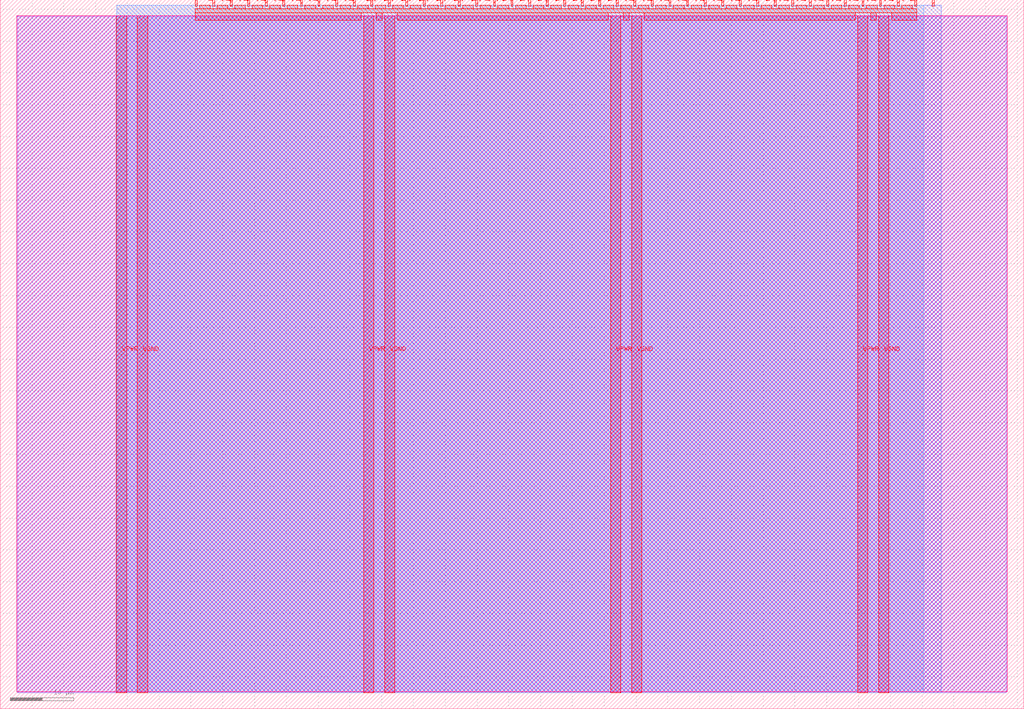
<source format=lef>
VERSION 5.7 ;
  NOWIREEXTENSIONATPIN ON ;
  DIVIDERCHAR "/" ;
  BUSBITCHARS "[]" ;
MACRO tt_um_wokwi_424258324170692609
  CLASS BLOCK ;
  FOREIGN tt_um_wokwi_424258324170692609 ;
  ORIGIN 0.000 0.000 ;
  SIZE 161.000 BY 111.520 ;
  PIN VGND
    DIRECTION INOUT ;
    USE GROUND ;
    PORT
      LAYER met4 ;
        RECT 21.580 2.480 23.180 109.040 ;
    END
    PORT
      LAYER met4 ;
        RECT 60.450 2.480 62.050 109.040 ;
    END
    PORT
      LAYER met4 ;
        RECT 99.320 2.480 100.920 109.040 ;
    END
    PORT
      LAYER met4 ;
        RECT 138.190 2.480 139.790 109.040 ;
    END
  END VGND
  PIN VPWR
    DIRECTION INOUT ;
    USE POWER ;
    PORT
      LAYER met4 ;
        RECT 18.280 2.480 19.880 109.040 ;
    END
    PORT
      LAYER met4 ;
        RECT 57.150 2.480 58.750 109.040 ;
    END
    PORT
      LAYER met4 ;
        RECT 96.020 2.480 97.620 109.040 ;
    END
    PORT
      LAYER met4 ;
        RECT 134.890 2.480 136.490 109.040 ;
    END
  END VPWR
  PIN clk
    DIRECTION INPUT ;
    USE SIGNAL ;
    ANTENNAGATEAREA 0.159000 ;
    PORT
      LAYER met4 ;
        RECT 143.830 110.520 144.130 111.520 ;
    END
  END clk
  PIN ena
    DIRECTION INPUT ;
    USE SIGNAL ;
    PORT
      LAYER met4 ;
        RECT 146.590 110.520 146.890 111.520 ;
    END
  END ena
  PIN rst_n
    DIRECTION INPUT ;
    USE SIGNAL ;
    PORT
      LAYER met4 ;
        RECT 141.070 110.520 141.370 111.520 ;
    END
  END rst_n
  PIN ui_in[0]
    DIRECTION INPUT ;
    USE SIGNAL ;
    ANTENNAGATEAREA 0.196500 ;
    PORT
      LAYER met4 ;
        RECT 138.310 110.520 138.610 111.520 ;
    END
  END ui_in[0]
  PIN ui_in[1]
    DIRECTION INPUT ;
    USE SIGNAL ;
    ANTENNAGATEAREA 0.196500 ;
    PORT
      LAYER met4 ;
        RECT 135.550 110.520 135.850 111.520 ;
    END
  END ui_in[1]
  PIN ui_in[2]
    DIRECTION INPUT ;
    USE SIGNAL ;
    PORT
      LAYER met4 ;
        RECT 132.790 110.520 133.090 111.520 ;
    END
  END ui_in[2]
  PIN ui_in[3]
    DIRECTION INPUT ;
    USE SIGNAL ;
    PORT
      LAYER met4 ;
        RECT 130.030 110.520 130.330 111.520 ;
    END
  END ui_in[3]
  PIN ui_in[4]
    DIRECTION INPUT ;
    USE SIGNAL ;
    PORT
      LAYER met4 ;
        RECT 127.270 110.520 127.570 111.520 ;
    END
  END ui_in[4]
  PIN ui_in[5]
    DIRECTION INPUT ;
    USE SIGNAL ;
    PORT
      LAYER met4 ;
        RECT 124.510 110.520 124.810 111.520 ;
    END
  END ui_in[5]
  PIN ui_in[6]
    DIRECTION INPUT ;
    USE SIGNAL ;
    PORT
      LAYER met4 ;
        RECT 121.750 110.520 122.050 111.520 ;
    END
  END ui_in[6]
  PIN ui_in[7]
    DIRECTION INPUT ;
    USE SIGNAL ;
    PORT
      LAYER met4 ;
        RECT 118.990 110.520 119.290 111.520 ;
    END
  END ui_in[7]
  PIN uio_in[0]
    DIRECTION INPUT ;
    USE SIGNAL ;
    PORT
      LAYER met4 ;
        RECT 116.230 110.520 116.530 111.520 ;
    END
  END uio_in[0]
  PIN uio_in[1]
    DIRECTION INPUT ;
    USE SIGNAL ;
    PORT
      LAYER met4 ;
        RECT 113.470 110.520 113.770 111.520 ;
    END
  END uio_in[1]
  PIN uio_in[2]
    DIRECTION INPUT ;
    USE SIGNAL ;
    PORT
      LAYER met4 ;
        RECT 110.710 110.520 111.010 111.520 ;
    END
  END uio_in[2]
  PIN uio_in[3]
    DIRECTION INPUT ;
    USE SIGNAL ;
    PORT
      LAYER met4 ;
        RECT 107.950 110.520 108.250 111.520 ;
    END
  END uio_in[3]
  PIN uio_in[4]
    DIRECTION INPUT ;
    USE SIGNAL ;
    PORT
      LAYER met4 ;
        RECT 105.190 110.520 105.490 111.520 ;
    END
  END uio_in[4]
  PIN uio_in[5]
    DIRECTION INPUT ;
    USE SIGNAL ;
    PORT
      LAYER met4 ;
        RECT 102.430 110.520 102.730 111.520 ;
    END
  END uio_in[5]
  PIN uio_in[6]
    DIRECTION INPUT ;
    USE SIGNAL ;
    PORT
      LAYER met4 ;
        RECT 99.670 110.520 99.970 111.520 ;
    END
  END uio_in[6]
  PIN uio_in[7]
    DIRECTION INPUT ;
    USE SIGNAL ;
    PORT
      LAYER met4 ;
        RECT 96.910 110.520 97.210 111.520 ;
    END
  END uio_in[7]
  PIN uio_oe[0]
    DIRECTION OUTPUT ;
    USE SIGNAL ;
    PORT
      LAYER met4 ;
        RECT 49.990 110.520 50.290 111.520 ;
    END
  END uio_oe[0]
  PIN uio_oe[1]
    DIRECTION OUTPUT ;
    USE SIGNAL ;
    PORT
      LAYER met4 ;
        RECT 47.230 110.520 47.530 111.520 ;
    END
  END uio_oe[1]
  PIN uio_oe[2]
    DIRECTION OUTPUT ;
    USE SIGNAL ;
    PORT
      LAYER met4 ;
        RECT 44.470 110.520 44.770 111.520 ;
    END
  END uio_oe[2]
  PIN uio_oe[3]
    DIRECTION OUTPUT ;
    USE SIGNAL ;
    PORT
      LAYER met4 ;
        RECT 41.710 110.520 42.010 111.520 ;
    END
  END uio_oe[3]
  PIN uio_oe[4]
    DIRECTION OUTPUT ;
    USE SIGNAL ;
    PORT
      LAYER met4 ;
        RECT 38.950 110.520 39.250 111.520 ;
    END
  END uio_oe[4]
  PIN uio_oe[5]
    DIRECTION OUTPUT ;
    USE SIGNAL ;
    PORT
      LAYER met4 ;
        RECT 36.190 110.520 36.490 111.520 ;
    END
  END uio_oe[5]
  PIN uio_oe[6]
    DIRECTION OUTPUT ;
    USE SIGNAL ;
    PORT
      LAYER met4 ;
        RECT 33.430 110.520 33.730 111.520 ;
    END
  END uio_oe[6]
  PIN uio_oe[7]
    DIRECTION OUTPUT ;
    USE SIGNAL ;
    PORT
      LAYER met4 ;
        RECT 30.670 110.520 30.970 111.520 ;
    END
  END uio_oe[7]
  PIN uio_out[0]
    DIRECTION OUTPUT ;
    USE SIGNAL ;
    PORT
      LAYER met4 ;
        RECT 72.070 110.520 72.370 111.520 ;
    END
  END uio_out[0]
  PIN uio_out[1]
    DIRECTION OUTPUT ;
    USE SIGNAL ;
    PORT
      LAYER met4 ;
        RECT 69.310 110.520 69.610 111.520 ;
    END
  END uio_out[1]
  PIN uio_out[2]
    DIRECTION OUTPUT ;
    USE SIGNAL ;
    PORT
      LAYER met4 ;
        RECT 66.550 110.520 66.850 111.520 ;
    END
  END uio_out[2]
  PIN uio_out[3]
    DIRECTION OUTPUT ;
    USE SIGNAL ;
    PORT
      LAYER met4 ;
        RECT 63.790 110.520 64.090 111.520 ;
    END
  END uio_out[3]
  PIN uio_out[4]
    DIRECTION OUTPUT ;
    USE SIGNAL ;
    PORT
      LAYER met4 ;
        RECT 61.030 110.520 61.330 111.520 ;
    END
  END uio_out[4]
  PIN uio_out[5]
    DIRECTION OUTPUT ;
    USE SIGNAL ;
    PORT
      LAYER met4 ;
        RECT 58.270 110.520 58.570 111.520 ;
    END
  END uio_out[5]
  PIN uio_out[6]
    DIRECTION OUTPUT ;
    USE SIGNAL ;
    PORT
      LAYER met4 ;
        RECT 55.510 110.520 55.810 111.520 ;
    END
  END uio_out[6]
  PIN uio_out[7]
    DIRECTION OUTPUT ;
    USE SIGNAL ;
    PORT
      LAYER met4 ;
        RECT 52.750 110.520 53.050 111.520 ;
    END
  END uio_out[7]
  PIN uo_out[0]
    DIRECTION OUTPUT ;
    USE SIGNAL ;
    ANTENNADIFFAREA 0.445500 ;
    PORT
      LAYER met4 ;
        RECT 94.150 110.520 94.450 111.520 ;
    END
  END uo_out[0]
  PIN uo_out[1]
    DIRECTION OUTPUT ;
    USE SIGNAL ;
    ANTENNADIFFAREA 0.795200 ;
    PORT
      LAYER met4 ;
        RECT 91.390 110.520 91.690 111.520 ;
    END
  END uo_out[1]
  PIN uo_out[2]
    DIRECTION OUTPUT ;
    USE SIGNAL ;
    PORT
      LAYER met4 ;
        RECT 88.630 110.520 88.930 111.520 ;
    END
  END uo_out[2]
  PIN uo_out[3]
    DIRECTION OUTPUT ;
    USE SIGNAL ;
    PORT
      LAYER met4 ;
        RECT 85.870 110.520 86.170 111.520 ;
    END
  END uo_out[3]
  PIN uo_out[4]
    DIRECTION OUTPUT ;
    USE SIGNAL ;
    PORT
      LAYER met4 ;
        RECT 83.110 110.520 83.410 111.520 ;
    END
  END uo_out[4]
  PIN uo_out[5]
    DIRECTION OUTPUT ;
    USE SIGNAL ;
    PORT
      LAYER met4 ;
        RECT 80.350 110.520 80.650 111.520 ;
    END
  END uo_out[5]
  PIN uo_out[6]
    DIRECTION OUTPUT ;
    USE SIGNAL ;
    PORT
      LAYER met4 ;
        RECT 77.590 110.520 77.890 111.520 ;
    END
  END uo_out[6]
  PIN uo_out[7]
    DIRECTION OUTPUT ;
    USE SIGNAL ;
    PORT
      LAYER met4 ;
        RECT 74.830 110.520 75.130 111.520 ;
    END
  END uo_out[7]
  OBS
      LAYER nwell ;
        RECT 2.570 2.635 158.430 108.990 ;
      LAYER li1 ;
        RECT 2.760 2.635 158.240 108.885 ;
      LAYER met1 ;
        RECT 2.760 2.480 158.240 109.040 ;
      LAYER met2 ;
        RECT 18.310 2.535 148.020 110.685 ;
      LAYER met3 ;
        RECT 18.290 2.555 145.295 110.665 ;
      LAYER met4 ;
        RECT 31.370 110.120 33.030 110.665 ;
        RECT 34.130 110.120 35.790 110.665 ;
        RECT 36.890 110.120 38.550 110.665 ;
        RECT 39.650 110.120 41.310 110.665 ;
        RECT 42.410 110.120 44.070 110.665 ;
        RECT 45.170 110.120 46.830 110.665 ;
        RECT 47.930 110.120 49.590 110.665 ;
        RECT 50.690 110.120 52.350 110.665 ;
        RECT 53.450 110.120 55.110 110.665 ;
        RECT 56.210 110.120 57.870 110.665 ;
        RECT 58.970 110.120 60.630 110.665 ;
        RECT 61.730 110.120 63.390 110.665 ;
        RECT 64.490 110.120 66.150 110.665 ;
        RECT 67.250 110.120 68.910 110.665 ;
        RECT 70.010 110.120 71.670 110.665 ;
        RECT 72.770 110.120 74.430 110.665 ;
        RECT 75.530 110.120 77.190 110.665 ;
        RECT 78.290 110.120 79.950 110.665 ;
        RECT 81.050 110.120 82.710 110.665 ;
        RECT 83.810 110.120 85.470 110.665 ;
        RECT 86.570 110.120 88.230 110.665 ;
        RECT 89.330 110.120 90.990 110.665 ;
        RECT 92.090 110.120 93.750 110.665 ;
        RECT 94.850 110.120 96.510 110.665 ;
        RECT 97.610 110.120 99.270 110.665 ;
        RECT 100.370 110.120 102.030 110.665 ;
        RECT 103.130 110.120 104.790 110.665 ;
        RECT 105.890 110.120 107.550 110.665 ;
        RECT 108.650 110.120 110.310 110.665 ;
        RECT 111.410 110.120 113.070 110.665 ;
        RECT 114.170 110.120 115.830 110.665 ;
        RECT 116.930 110.120 118.590 110.665 ;
        RECT 119.690 110.120 121.350 110.665 ;
        RECT 122.450 110.120 124.110 110.665 ;
        RECT 125.210 110.120 126.870 110.665 ;
        RECT 127.970 110.120 129.630 110.665 ;
        RECT 130.730 110.120 132.390 110.665 ;
        RECT 133.490 110.120 135.150 110.665 ;
        RECT 136.250 110.120 137.910 110.665 ;
        RECT 139.010 110.120 140.670 110.665 ;
        RECT 141.770 110.120 143.430 110.665 ;
        RECT 30.655 109.440 144.145 110.120 ;
        RECT 30.655 108.295 56.750 109.440 ;
        RECT 59.150 108.295 60.050 109.440 ;
        RECT 62.450 108.295 95.620 109.440 ;
        RECT 98.020 108.295 98.920 109.440 ;
        RECT 101.320 108.295 134.490 109.440 ;
        RECT 136.890 108.295 137.790 109.440 ;
        RECT 140.190 108.295 144.145 109.440 ;
  END
END tt_um_wokwi_424258324170692609
END LIBRARY


</source>
